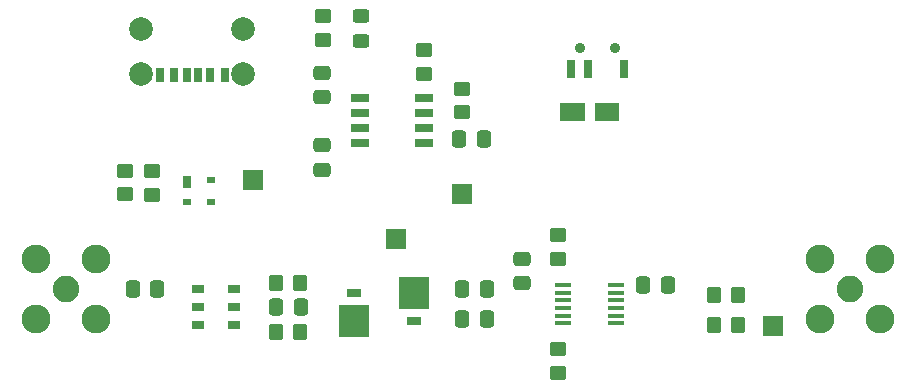
<source format=gts>
G04 #@! TF.GenerationSoftware,KiCad,Pcbnew,(6.0.0)*
G04 #@! TF.CreationDate,2022-02-06T13:52:44+09:00*
G04 #@! TF.ProjectId,mt_signallevelconv,6d745f73-6967-46e6-916c-6c6576656c63,0.1*
G04 #@! TF.SameCoordinates,Original*
G04 #@! TF.FileFunction,Soldermask,Top*
G04 #@! TF.FilePolarity,Negative*
%FSLAX46Y46*%
G04 Gerber Fmt 4.6, Leading zero omitted, Abs format (unit mm)*
G04 Created by KiCad (PCBNEW (6.0.0)) date 2022-02-06 13:52:44*
%MOMM*%
%LPD*%
G01*
G04 APERTURE LIST*
G04 Aperture macros list*
%AMRoundRect*
0 Rectangle with rounded corners*
0 $1 Rounding radius*
0 $2 $3 $4 $5 $6 $7 $8 $9 X,Y pos of 4 corners*
0 Add a 4 corners polygon primitive as box body*
4,1,4,$2,$3,$4,$5,$6,$7,$8,$9,$2,$3,0*
0 Add four circle primitives for the rounded corners*
1,1,$1+$1,$2,$3*
1,1,$1+$1,$4,$5*
1,1,$1+$1,$6,$7*
1,1,$1+$1,$8,$9*
0 Add four rect primitives between the rounded corners*
20,1,$1+$1,$2,$3,$4,$5,0*
20,1,$1+$1,$4,$5,$6,$7,0*
20,1,$1+$1,$6,$7,$8,$9,0*
20,1,$1+$1,$8,$9,$2,$3,0*%
%AMFreePoly0*
4,1,6,1.000000,0.000000,0.500000,-0.750000,-0.500000,-0.750000,-0.500000,0.750000,0.500000,0.750000,1.000000,0.000000,1.000000,0.000000,$1*%
G04 Aperture macros list end*
%ADD10RoundRect,0.250000X0.475000X-0.337500X0.475000X0.337500X-0.475000X0.337500X-0.475000X-0.337500X0*%
%ADD11RoundRect,0.250000X-0.450000X0.350000X-0.450000X-0.350000X0.450000X-0.350000X0.450000X0.350000X0*%
%ADD12RoundRect,0.250000X-0.350000X-0.450000X0.350000X-0.450000X0.350000X0.450000X-0.350000X0.450000X0*%
%ADD13RoundRect,0.250000X-0.337500X-0.475000X0.337500X-0.475000X0.337500X0.475000X-0.337500X0.475000X0*%
%ADD14R,1.425000X0.450000*%
%ADD15R,1.140000X0.760000*%
%ADD16C,0.900000*%
%ADD17R,0.700000X1.500000*%
%ADD18R,1.528000X0.650000*%
%ADD19R,1.700000X1.700000*%
%ADD20RoundRect,0.250000X0.450000X-0.350000X0.450000X0.350000X-0.450000X0.350000X-0.450000X-0.350000X0*%
%ADD21R,1.500000X1.500000*%
%ADD22FreePoly0,180.000000*%
%ADD23FreePoly0,0.000000*%
%ADD24R,0.700000X1.000000*%
%ADD25R,0.700000X0.600000*%
%ADD26C,2.450000*%
%ADD27C,2.250000*%
%ADD28R,2.540000X2.670000*%
%ADD29R,1.270000X0.762000*%
%ADD30RoundRect,0.250000X-0.475000X0.337500X-0.475000X-0.337500X0.475000X-0.337500X0.475000X0.337500X0*%
%ADD31R,0.700000X1.200000*%
%ADD32R,0.760000X1.200000*%
%ADD33R,0.800000X1.200000*%
%ADD34C,2.010000*%
%ADD35RoundRect,0.250000X0.450000X-0.325000X0.450000X0.325000X-0.450000X0.325000X-0.450000X-0.325000X0*%
G04 APERTURE END LIST*
D10*
G04 #@! TO.C,C5*
X92956000Y-75126000D03*
X92956000Y-73051000D03*
G04 #@! TD*
D11*
G04 #@! TO.C,R7*
X96004000Y-71094000D03*
X96004000Y-73094000D03*
G04 #@! TD*
D12*
G04 #@! TO.C,R8*
X109216400Y-76142000D03*
X111216400Y-76142000D03*
G04 #@! TD*
D13*
G04 #@! TO.C,C2*
X72128000Y-77158000D03*
X74203000Y-77158000D03*
G04 #@! TD*
D14*
G04 #@! TO.C,IC1*
X96433600Y-75279000D03*
X96433600Y-75929000D03*
X96433600Y-76579000D03*
X96433600Y-77229000D03*
X96433600Y-77879000D03*
X96433600Y-78529000D03*
X100857600Y-78529000D03*
X100857600Y-77879000D03*
X100857600Y-77229000D03*
X100857600Y-76579000D03*
X100857600Y-75929000D03*
X100857600Y-75279000D03*
G04 #@! TD*
D15*
G04 #@! TO.C,T1*
X68573000Y-75638000D03*
X68573000Y-77158000D03*
X68573000Y-78678000D03*
X65524000Y-78678000D03*
X65524000Y-77158000D03*
X65524000Y-75638000D03*
G04 #@! TD*
D16*
G04 #@! TO.C,S1*
X100805600Y-55257665D03*
X97805600Y-55257665D03*
D17*
X101555600Y-57007665D03*
X98555600Y-57007665D03*
X97055600Y-57007665D03*
G04 #@! TD*
D13*
G04 #@! TO.C,C8*
X103192200Y-75278400D03*
X105267200Y-75278400D03*
G04 #@! TD*
D18*
G04 #@! TO.C,IC2*
X79206900Y-59431600D03*
X79206900Y-60701600D03*
X79206900Y-61971600D03*
X79206900Y-63241600D03*
X84628900Y-63241600D03*
X84628900Y-61971600D03*
X84628900Y-60701600D03*
X84628900Y-59431600D03*
G04 #@! TD*
D11*
G04 #@! TO.C,R3*
X59333400Y-65619800D03*
X59333400Y-67619800D03*
G04 #@! TD*
D19*
G04 #@! TO.C,J3*
X114178800Y-78783600D03*
G04 #@! TD*
G04 #@! TO.C,J5*
X82262600Y-71366800D03*
G04 #@! TD*
D12*
G04 #@! TO.C,R5*
X72128000Y-79240800D03*
X74128000Y-79240800D03*
G04 #@! TD*
D20*
G04 #@! TO.C,R6*
X96004000Y-82714000D03*
X96004000Y-80714000D03*
G04 #@! TD*
D21*
G04 #@! TO.C,JP1*
X99877200Y-60639600D03*
X97477200Y-60639600D03*
D22*
X100677200Y-60639600D03*
D23*
X96677200Y-60639600D03*
G04 #@! TD*
D13*
G04 #@! TO.C,C9*
X87605600Y-62958600D03*
X89680600Y-62958600D03*
G04 #@! TD*
D19*
G04 #@! TO.C,J6*
X70179200Y-66391200D03*
G04 #@! TD*
D24*
G04 #@! TO.C,D2*
X64558400Y-66600800D03*
D25*
X64558400Y-68300800D03*
X66558400Y-68300800D03*
X66558400Y-66400800D03*
G04 #@! TD*
D13*
G04 #@! TO.C,C4*
X87876000Y-78174000D03*
X89951000Y-78174000D03*
G04 #@! TD*
D11*
G04 #@! TO.C,R11*
X87883000Y-58676200D03*
X87883000Y-60676200D03*
G04 #@! TD*
D13*
G04 #@! TO.C,C3*
X87876000Y-75634000D03*
X89951000Y-75634000D03*
G04 #@! TD*
G04 #@! TO.C,C1*
X59965300Y-75634000D03*
X62040300Y-75634000D03*
G04 #@! TD*
D11*
G04 #@! TO.C,R2*
X61619400Y-65645200D03*
X61619400Y-67645200D03*
G04 #@! TD*
G04 #@! TO.C,R10*
X84631800Y-55425000D03*
X84631800Y-57425000D03*
G04 #@! TD*
D19*
G04 #@! TO.C,J7*
X87808800Y-67556000D03*
G04 #@! TD*
D26*
G04 #@! TO.C,J4*
X123272000Y-73094000D03*
X123272000Y-78174000D03*
X118192000Y-73094000D03*
X118192000Y-78174000D03*
D27*
X120732000Y-75634000D03*
G04 #@! TD*
D28*
G04 #@! TO.C,D4*
X83812000Y-75983000D03*
D29*
X83812000Y-78334000D03*
G04 #@! TD*
D30*
G04 #@! TO.C,C6*
X75995800Y-63452600D03*
X75995800Y-65527600D03*
G04 #@! TD*
D12*
G04 #@! TO.C,R9*
X109216400Y-78682000D03*
X111216400Y-78682000D03*
G04 #@! TD*
D10*
G04 #@! TO.C,C7*
X75995800Y-59406200D03*
X75995800Y-57331200D03*
G04 #@! TD*
D26*
G04 #@! TO.C,J1*
X51808000Y-78174000D03*
X51808000Y-73094000D03*
X56888000Y-78174000D03*
X56888000Y-73094000D03*
D27*
X54348000Y-75634000D03*
G04 #@! TD*
D31*
G04 #@! TO.C,J2*
X65525000Y-57505000D03*
D32*
X63505000Y-57505000D03*
D33*
X62275000Y-57505000D03*
D31*
X64525000Y-57505000D03*
D32*
X66545000Y-57505000D03*
D33*
X67775000Y-57505000D03*
D34*
X69345000Y-53625000D03*
X60705000Y-53625000D03*
X69345000Y-57425000D03*
X60705000Y-57425000D03*
G04 #@! TD*
D35*
G04 #@! TO.C,D1*
X79297800Y-54605600D03*
X79297800Y-52555600D03*
G04 #@! TD*
D28*
G04 #@! TO.C,D3*
X78732000Y-78313700D03*
D29*
X78732000Y-75962700D03*
G04 #@! TD*
D20*
G04 #@! TO.C,R1*
X76046600Y-54548200D03*
X76046600Y-52548200D03*
G04 #@! TD*
D12*
G04 #@! TO.C,R4*
X72128000Y-75126000D03*
X74128000Y-75126000D03*
G04 #@! TD*
M02*

</source>
